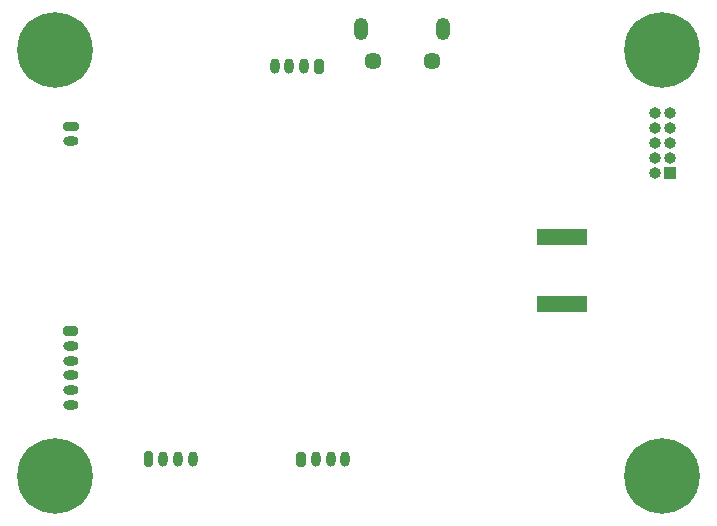
<source format=gbr>
%TF.GenerationSoftware,KiCad,Pcbnew,(5.1.10)-1*%
%TF.CreationDate,2021-11-27T13:57:11+01:00*%
%TF.ProjectId,SplashQuad,53706c61-7368-4517-9561-642e6b696361,rev?*%
%TF.SameCoordinates,Original*%
%TF.FileFunction,Soldermask,Bot*%
%TF.FilePolarity,Negative*%
%FSLAX46Y46*%
G04 Gerber Fmt 4.6, Leading zero omitted, Abs format (unit mm)*
G04 Created by KiCad (PCBNEW (5.1.10)-1) date 2021-11-27 13:57:11*
%MOMM*%
%LPD*%
G01*
G04 APERTURE LIST*
%ADD10C,0.800000*%
%ADD11C,6.400000*%
%ADD12R,4.200000X1.350000*%
%ADD13O,0.800000X1.300000*%
%ADD14O,1.300000X0.800000*%
%ADD15O,1.000000X1.000000*%
%ADD16R,1.000000X1.000000*%
%ADD17O,1.200000X1.900000*%
%ADD18C,1.450000*%
G04 APERTURE END LIST*
D10*
%TO.C,H4*%
X187247056Y-82852944D03*
X185550000Y-82150000D03*
X183852944Y-82852944D03*
X183150000Y-84550000D03*
X183852944Y-86247056D03*
X185550000Y-86950000D03*
X187247056Y-86247056D03*
X187950000Y-84550000D03*
D11*
X185550000Y-84550000D03*
%TD*%
D10*
%TO.C,H3*%
X187247056Y-118852944D03*
X185550000Y-118150000D03*
X183852944Y-118852944D03*
X183150000Y-120550000D03*
X183852944Y-122247056D03*
X185550000Y-122950000D03*
X187247056Y-122247056D03*
X187950000Y-120550000D03*
D11*
X185550000Y-120550000D03*
%TD*%
D10*
%TO.C,H2*%
X135847056Y-118852944D03*
X134150000Y-118150000D03*
X132452944Y-118852944D03*
X131750000Y-120550000D03*
X132452944Y-122247056D03*
X134150000Y-122950000D03*
X135847056Y-122247056D03*
X136550000Y-120550000D03*
D11*
X134150000Y-120550000D03*
%TD*%
D10*
%TO.C,H1*%
X135847056Y-82852944D03*
X134150000Y-82150000D03*
X132452944Y-82852944D03*
X131750000Y-84550000D03*
X132452944Y-86247056D03*
X134150000Y-86950000D03*
X135847056Y-86247056D03*
X136550000Y-84550000D03*
D11*
X134150000Y-84550000D03*
%TD*%
D12*
%TO.C,J8*%
X177100000Y-100375000D03*
X177100000Y-106025000D03*
%TD*%
D13*
%TO.C,J7*%
X152750000Y-85900000D03*
X154000000Y-85900000D03*
X155250000Y-85900000D03*
G36*
G01*
X156900000Y-85450000D02*
X156900000Y-86350000D01*
G75*
G02*
X156700000Y-86550000I-200000J0D01*
G01*
X156300000Y-86550000D01*
G75*
G02*
X156100000Y-86350000I0J200000D01*
G01*
X156100000Y-85450000D01*
G75*
G02*
X156300000Y-85250000I200000J0D01*
G01*
X156700000Y-85250000D01*
G75*
G02*
X156900000Y-85450000I0J-200000D01*
G01*
G37*
%TD*%
%TO.C,J6*%
X158750000Y-119175000D03*
X157500000Y-119175000D03*
X156250000Y-119175000D03*
G36*
G01*
X154600000Y-119625000D02*
X154600000Y-118725000D01*
G75*
G02*
X154800000Y-118525000I200000J0D01*
G01*
X155200000Y-118525000D01*
G75*
G02*
X155400000Y-118725000I0J-200000D01*
G01*
X155400000Y-119625000D01*
G75*
G02*
X155200000Y-119825000I-200000J0D01*
G01*
X154800000Y-119825000D01*
G75*
G02*
X154600000Y-119625000I0J200000D01*
G01*
G37*
%TD*%
%TO.C,J5*%
X145825000Y-119150000D03*
X144575000Y-119150000D03*
X143325000Y-119150000D03*
G36*
G01*
X141675000Y-119600000D02*
X141675000Y-118700000D01*
G75*
G02*
X141875000Y-118500000I200000J0D01*
G01*
X142275000Y-118500000D01*
G75*
G02*
X142475000Y-118700000I0J-200000D01*
G01*
X142475000Y-119600000D01*
G75*
G02*
X142275000Y-119800000I-200000J0D01*
G01*
X141875000Y-119800000D01*
G75*
G02*
X141675000Y-119600000I0J200000D01*
G01*
G37*
%TD*%
D14*
%TO.C,J4*%
X135500000Y-114550000D03*
X135500000Y-113300000D03*
X135500000Y-112050000D03*
X135500000Y-110800000D03*
X135500000Y-109550000D03*
G36*
G01*
X135050000Y-107900000D02*
X135950000Y-107900000D01*
G75*
G02*
X136150000Y-108100000I0J-200000D01*
G01*
X136150000Y-108500000D01*
G75*
G02*
X135950000Y-108700000I-200000J0D01*
G01*
X135050000Y-108700000D01*
G75*
G02*
X134850000Y-108500000I0J200000D01*
G01*
X134850000Y-108100000D01*
G75*
G02*
X135050000Y-107900000I200000J0D01*
G01*
G37*
%TD*%
%TO.C,J3*%
X135525000Y-92225000D03*
G36*
G01*
X135075000Y-90575000D02*
X135975000Y-90575000D01*
G75*
G02*
X136175000Y-90775000I0J-200000D01*
G01*
X136175000Y-91175000D01*
G75*
G02*
X135975000Y-91375000I-200000J0D01*
G01*
X135075000Y-91375000D01*
G75*
G02*
X134875000Y-91175000I0J200000D01*
G01*
X134875000Y-90775000D01*
G75*
G02*
X135075000Y-90575000I200000J0D01*
G01*
G37*
%TD*%
D15*
%TO.C,J2*%
X184930000Y-89820000D03*
X186200000Y-89820000D03*
X184930000Y-91090000D03*
X186200000Y-91090000D03*
X184930000Y-92360000D03*
X186200000Y-92360000D03*
X184930000Y-93630000D03*
X186200000Y-93630000D03*
X184930000Y-94900000D03*
D16*
X186200000Y-94900000D03*
%TD*%
D17*
%TO.C,J1*%
X160050000Y-82712500D03*
X167050000Y-82712500D03*
D18*
X161050000Y-85412500D03*
X166050000Y-85412500D03*
%TD*%
M02*

</source>
